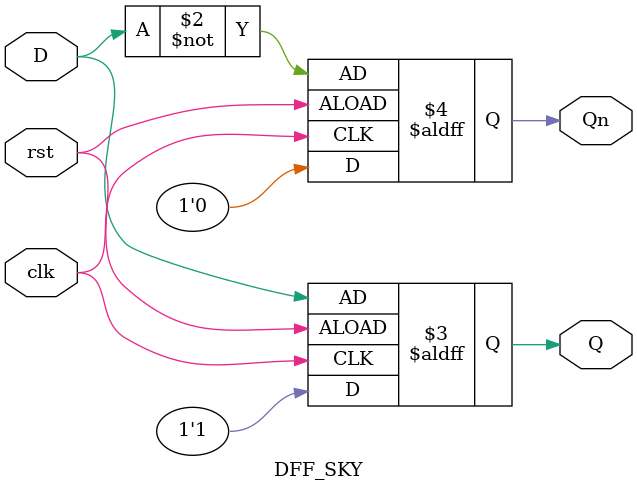
<source format=v>
module DFF_SKY(D, clk, rst, Q, Qn);
  input D, clk, rst;
  output reg Q, Qn;
  always @(posedge clk, negedge rst) 
  begin
    if (rst) 
    begin
      Q  <= 1;
      Qn <= 0;
    end 
    else 
    begin
      Q  <= D;
      Qn <= ~D;
    end
  end
endmodule
</source>
